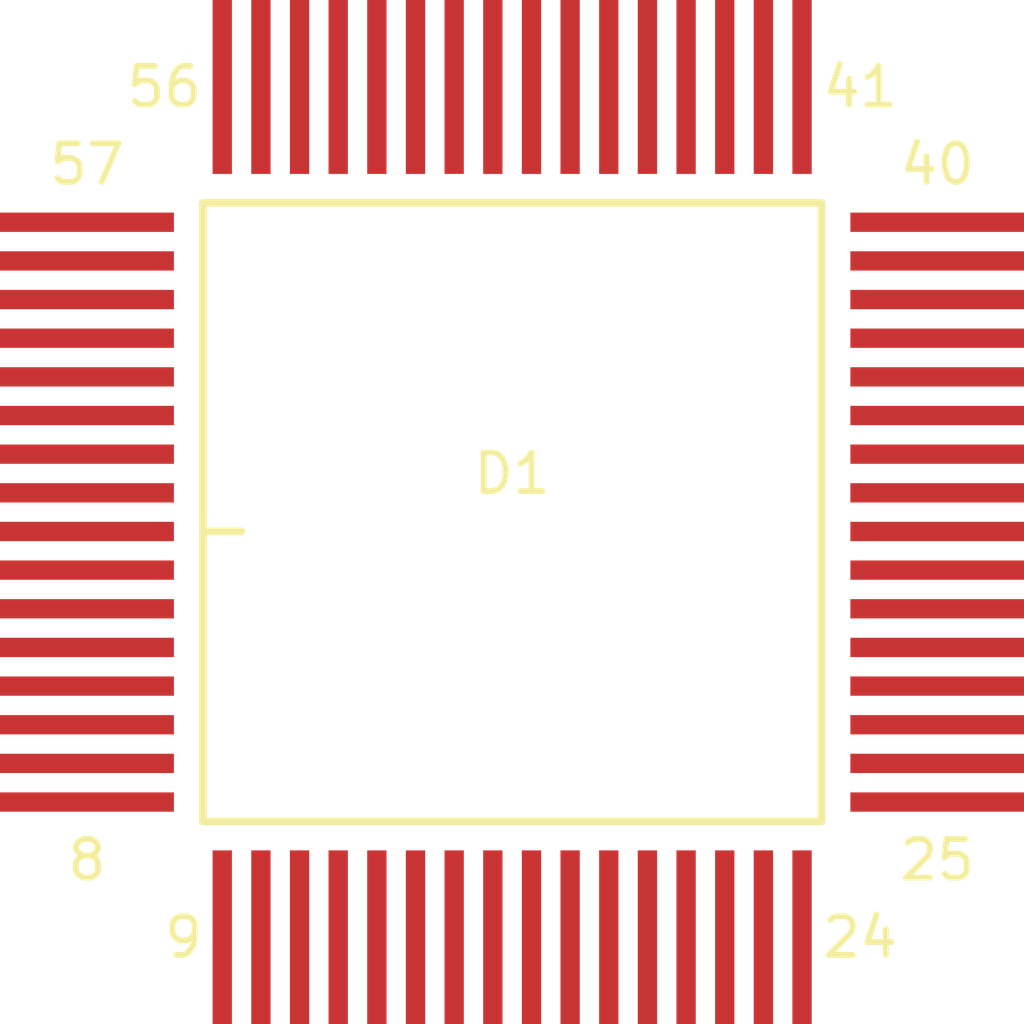
<source format=kicad_pcb>
(kicad_pcb (version 20171130) (host pcbnew "(5.1.12)-1")

  (general
    (thickness 1.6)
    (drawings 0)
    (tracks 0)
    (zones 0)
    (modules 1)
    (nets 65)
  )

  (page A4)
  (layers
    (0 F.Cu signal)
    (31 B.Cu signal)
    (32 B.Adhes user)
    (33 F.Adhes user)
    (34 B.Paste user)
    (35 F.Paste user)
    (36 B.SilkS user)
    (37 F.SilkS user)
    (38 B.Mask user)
    (39 F.Mask user)
    (40 Dwgs.User user)
    (41 Cmts.User user)
    (42 Eco1.User user)
    (43 Eco2.User user)
    (44 Edge.Cuts user)
    (45 Margin user)
    (46 B.CrtYd user)
    (47 F.CrtYd user)
    (48 B.Fab user)
    (49 F.Fab user)
  )

  (setup
    (last_trace_width 0.25)
    (trace_clearance 0.2)
    (zone_clearance 0.508)
    (zone_45_only no)
    (trace_min 0.2)
    (via_size 0.8)
    (via_drill 0.4)
    (via_min_size 0.4)
    (via_min_drill 0.3)
    (uvia_size 0.3)
    (uvia_drill 0.1)
    (uvias_allowed no)
    (uvia_min_size 0.2)
    (uvia_min_drill 0.1)
    (edge_width 0.05)
    (segment_width 0.2)
    (pcb_text_width 0.3)
    (pcb_text_size 1.5 1.5)
    (mod_edge_width 0.12)
    (mod_text_size 1 1)
    (mod_text_width 0.15)
    (pad_size 1.524 1.524)
    (pad_drill 0.762)
    (pad_to_mask_clearance 0)
    (aux_axis_origin 0 0)
    (visible_elements FFFFFF7F)
    (pcbplotparams
      (layerselection 0x010fc_ffffffff)
      (usegerberextensions false)
      (usegerberattributes true)
      (usegerberadvancedattributes true)
      (creategerberjobfile true)
      (excludeedgelayer true)
      (linewidth 0.100000)
      (plotframeref false)
      (viasonmask false)
      (mode 1)
      (useauxorigin false)
      (hpglpennumber 1)
      (hpglpenspeed 20)
      (hpglpendiameter 15.000000)
      (psnegative false)
      (psa4output false)
      (plotreference true)
      (plotvalue true)
      (plotinvisibletext false)
      (padsonsilk false)
      (subtractmaskfromsilk false)
      (outputformat 1)
      (mirror false)
      (drillshape 1)
      (scaleselection 1)
      (outputdirectory ""))
  )

  (net 0 "")
  (net 1 "Net-(D1-Pad9)")
  (net 2 "Net-(D1-Pad10)")
  (net 3 "Net-(D1-Pad11)")
  (net 4 "Net-(D1-Pad12)")
  (net 5 "Net-(D1-Pad13)")
  (net 6 "Net-(D1-Pad14)")
  (net 7 "Net-(D1-Pad15)")
  (net 8 "Net-(D1-Pad16)")
  (net 9 "Net-(D1-Pad17)")
  (net 10 "Net-(D1-Pad18)")
  (net 11 "Net-(D1-Pad19)")
  (net 12 "Net-(D1-Pad20)")
  (net 13 "Net-(D1-Pad21)")
  (net 14 "Net-(D1-Pad22)")
  (net 15 "Net-(D1-Pad23)")
  (net 16 "Net-(D1-Pad24)")
  (net 17 "Net-(D1-Pad25)")
  (net 18 "Net-(D1-Pad26)")
  (net 19 "Net-(D1-Pad27)")
  (net 20 "Net-(D1-Pad28)")
  (net 21 "Net-(D1-Pad29)")
  (net 22 "Net-(D1-Pad30)")
  (net 23 "Net-(D1-Pad31)")
  (net 24 "Net-(D1-Pad32)")
  (net 25 "Net-(D1-Pad33)")
  (net 26 "Net-(D1-Pad34)")
  (net 27 "Net-(D1-Pad35)")
  (net 28 "Net-(D1-Pad36)")
  (net 29 "Net-(D1-Pad37)")
  (net 30 "Net-(D1-Pad38)")
  (net 31 "Net-(D1-Pad39)")
  (net 32 "Net-(D1-Pad40)")
  (net 33 "Net-(D1-Pad41)")
  (net 34 "Net-(D1-Pad42)")
  (net 35 "Net-(D1-Pad43)")
  (net 36 "Net-(D1-Pad44)")
  (net 37 "Net-(D1-Pad45)")
  (net 38 "Net-(D1-Pad46)")
  (net 39 "Net-(D1-Pad47)")
  (net 40 "Net-(D1-Pad48)")
  (net 41 "Net-(D1-Pad49)")
  (net 42 "Net-(D1-Pad50)")
  (net 43 "Net-(D1-Pad51)")
  (net 44 "Net-(D1-Pad52)")
  (net 45 "Net-(D1-Pad53)")
  (net 46 "Net-(D1-Pad54)")
  (net 47 "Net-(D1-Pad55)")
  (net 48 "Net-(D1-Pad56)")
  (net 49 "Net-(D1-Pad57)")
  (net 50 "Net-(D1-Pad58)")
  (net 51 "Net-(D1-Pad59)")
  (net 52 "Net-(D1-Pad60)")
  (net 53 "Net-(D1-Pad61)")
  (net 54 "Net-(D1-Pad62)")
  (net 55 "Net-(D1-Pad63)")
  (net 56 "Net-(D1-Pad64)")
  (net 57 "Net-(D1-Pad1)")
  (net 58 "Net-(D1-Pad2)")
  (net 59 "Net-(D1-Pad3)")
  (net 60 "Net-(D1-Pad4)")
  (net 61 "Net-(D1-Pad5)")
  (net 62 "Net-(D1-Pad6)")
  (net 63 "Net-(D1-Pad7)")
  (net 64 "Net-(D1-Pad8)")

  (net_class Default "This is the default net class."
    (clearance 0.2)
    (trace_width 0.25)
    (via_dia 0.8)
    (via_drill 0.4)
    (uvia_dia 0.3)
    (uvia_drill 0.1)
    (add_net "Net-(D1-Pad1)")
    (add_net "Net-(D1-Pad10)")
    (add_net "Net-(D1-Pad11)")
    (add_net "Net-(D1-Pad12)")
    (add_net "Net-(D1-Pad13)")
    (add_net "Net-(D1-Pad14)")
    (add_net "Net-(D1-Pad15)")
    (add_net "Net-(D1-Pad16)")
    (add_net "Net-(D1-Pad17)")
    (add_net "Net-(D1-Pad18)")
    (add_net "Net-(D1-Pad19)")
    (add_net "Net-(D1-Pad2)")
    (add_net "Net-(D1-Pad20)")
    (add_net "Net-(D1-Pad21)")
    (add_net "Net-(D1-Pad22)")
    (add_net "Net-(D1-Pad23)")
    (add_net "Net-(D1-Pad24)")
    (add_net "Net-(D1-Pad25)")
    (add_net "Net-(D1-Pad26)")
    (add_net "Net-(D1-Pad27)")
    (add_net "Net-(D1-Pad28)")
    (add_net "Net-(D1-Pad29)")
    (add_net "Net-(D1-Pad3)")
    (add_net "Net-(D1-Pad30)")
    (add_net "Net-(D1-Pad31)")
    (add_net "Net-(D1-Pad32)")
    (add_net "Net-(D1-Pad33)")
    (add_net "Net-(D1-Pad34)")
    (add_net "Net-(D1-Pad35)")
    (add_net "Net-(D1-Pad36)")
    (add_net "Net-(D1-Pad37)")
    (add_net "Net-(D1-Pad38)")
    (add_net "Net-(D1-Pad39)")
    (add_net "Net-(D1-Pad4)")
    (add_net "Net-(D1-Pad40)")
    (add_net "Net-(D1-Pad41)")
    (add_net "Net-(D1-Pad42)")
    (add_net "Net-(D1-Pad43)")
    (add_net "Net-(D1-Pad44)")
    (add_net "Net-(D1-Pad45)")
    (add_net "Net-(D1-Pad46)")
    (add_net "Net-(D1-Pad47)")
    (add_net "Net-(D1-Pad48)")
    (add_net "Net-(D1-Pad49)")
    (add_net "Net-(D1-Pad5)")
    (add_net "Net-(D1-Pad50)")
    (add_net "Net-(D1-Pad51)")
    (add_net "Net-(D1-Pad52)")
    (add_net "Net-(D1-Pad53)")
    (add_net "Net-(D1-Pad54)")
    (add_net "Net-(D1-Pad55)")
    (add_net "Net-(D1-Pad56)")
    (add_net "Net-(D1-Pad57)")
    (add_net "Net-(D1-Pad58)")
    (add_net "Net-(D1-Pad59)")
    (add_net "Net-(D1-Pad6)")
    (add_net "Net-(D1-Pad60)")
    (add_net "Net-(D1-Pad61)")
    (add_net "Net-(D1-Pad62)")
    (add_net "Net-(D1-Pad63)")
    (add_net "Net-(D1-Pad64)")
    (add_net "Net-(D1-Pad7)")
    (add_net "Net-(D1-Pad8)")
    (add_net "Net-(D1-Pad9)")
  )

  (module 180x:H18.64-1b.kicad_mod (layer F.Cu) (tedit 55E99FF4) (tstamp 61AFAE15)
    (at 133.604 102.362)
    (path /61B02F3C)
    (attr smd)
    (fp_text reference D1 (at 0 -1) (layer F.SilkS)
      (effects (font (size 1 1) (thickness 0.15)))
    )
    (fp_text value 1801VM3 (at 0 1) (layer F.Fab)
      (effects (font (size 1 1) (thickness 0.15)))
    )
    (fp_text user 57 (at -11 -9) (layer F.SilkS)
      (effects (font (size 1 1) (thickness 0.15)))
    )
    (fp_text user 56 (at -9 -11) (layer F.SilkS)
      (effects (font (size 1 1) (thickness 0.15)))
    )
    (fp_text user 41 (at 9 -11) (layer F.SilkS)
      (effects (font (size 1 1) (thickness 0.15)))
    )
    (fp_text user 40 (at 11 -9) (layer F.SilkS)
      (effects (font (size 1 1) (thickness 0.15)))
    )
    (fp_text user 25 (at 11 9) (layer F.SilkS)
      (effects (font (size 1 1) (thickness 0.15)))
    )
    (fp_text user 24 (at 9 11) (layer F.SilkS)
      (effects (font (size 1 1) (thickness 0.15)))
    )
    (fp_text user 9 (at -8.5 11) (layer F.SilkS)
      (effects (font (size 1 1) (thickness 0.15)))
    )
    (fp_text user 8 (at -11 9) (layer F.SilkS)
      (effects (font (size 1 1) (thickness 0.15)))
    )
    (fp_line (start -8 0.5) (end -7 0.5) (layer F.SilkS) (width 0.2))
    (fp_line (start -8 -8) (end 8 -8) (layer F.SilkS) (width 0.19812))
    (fp_line (start 8 -8) (end 8 8) (layer F.SilkS) (width 0.19812))
    (fp_line (start -8 8) (end 8 8) (layer F.SilkS) (width 0.19812))
    (fp_line (start -8 -8) (end -8 8) (layer F.SilkS) (width 0.19812))
    (pad 9 smd rect (at -7.5 11 180) (size 0.5 4.5) (layers F.Cu F.Paste F.Mask)
      (net 1 "Net-(D1-Pad9)"))
    (pad 10 smd rect (at -6.5 11 180) (size 0.5 4.5) (layers F.Cu F.Paste F.Mask)
      (net 2 "Net-(D1-Pad10)"))
    (pad 11 smd rect (at -5.5 11 180) (size 0.5 4.5) (layers F.Cu F.Paste F.Mask)
      (net 3 "Net-(D1-Pad11)"))
    (pad 12 smd rect (at -4.5 11 180) (size 0.5 4.5) (layers F.Cu F.Paste F.Mask)
      (net 4 "Net-(D1-Pad12)"))
    (pad 13 smd rect (at -3.5 11 180) (size 0.5 4.5) (layers F.Cu F.Paste F.Mask)
      (net 5 "Net-(D1-Pad13)"))
    (pad 14 smd rect (at -2.5 11 180) (size 0.5 4.5) (layers F.Cu F.Paste F.Mask)
      (net 6 "Net-(D1-Pad14)"))
    (pad 15 smd rect (at -1.5 11 180) (size 0.5 4.5) (layers F.Cu F.Paste F.Mask)
      (net 7 "Net-(D1-Pad15)"))
    (pad 16 smd rect (at -0.5 11 180) (size 0.5 4.5) (layers F.Cu F.Paste F.Mask)
      (net 8 "Net-(D1-Pad16)"))
    (pad 17 smd rect (at 0.5 11 180) (size 0.5 4.5) (layers F.Cu F.Paste F.Mask)
      (net 9 "Net-(D1-Pad17)"))
    (pad 18 smd rect (at 1.5 11 180) (size 0.5 4.5) (layers F.Cu F.Paste F.Mask)
      (net 10 "Net-(D1-Pad18)"))
    (pad 19 smd rect (at 2.5 11 180) (size 0.5 4.5) (layers F.Cu F.Paste F.Mask)
      (net 11 "Net-(D1-Pad19)"))
    (pad 20 smd rect (at 3.5 11 180) (size 0.5 4.5) (layers F.Cu F.Paste F.Mask)
      (net 12 "Net-(D1-Pad20)"))
    (pad 21 smd rect (at 4.5 11 180) (size 0.5 4.5) (layers F.Cu F.Paste F.Mask)
      (net 13 "Net-(D1-Pad21)"))
    (pad 22 smd rect (at 5.5 11 180) (size 0.5 4.5) (layers F.Cu F.Paste F.Mask)
      (net 14 "Net-(D1-Pad22)"))
    (pad 23 smd rect (at 6.5 11 180) (size 0.5 4.5) (layers F.Cu F.Paste F.Mask)
      (net 15 "Net-(D1-Pad23)"))
    (pad 24 smd rect (at 7.5 11 180) (size 0.5 4.5) (layers F.Cu F.Paste F.Mask)
      (net 16 "Net-(D1-Pad24)"))
    (pad 25 smd rect (at 11 7.5 270) (size 0.5 4.5) (layers F.Cu F.Paste F.Mask)
      (net 17 "Net-(D1-Pad25)"))
    (pad 26 smd rect (at 11 6.5 270) (size 0.5 4.5) (layers F.Cu F.Paste F.Mask)
      (net 18 "Net-(D1-Pad26)"))
    (pad 27 smd rect (at 11 5.5 270) (size 0.5 4.5) (layers F.Cu F.Paste F.Mask)
      (net 19 "Net-(D1-Pad27)"))
    (pad 28 smd rect (at 11 4.5 270) (size 0.5 4.5) (layers F.Cu F.Paste F.Mask)
      (net 20 "Net-(D1-Pad28)"))
    (pad 29 smd rect (at 11 3.5 270) (size 0.5 4.5) (layers F.Cu F.Paste F.Mask)
      (net 21 "Net-(D1-Pad29)"))
    (pad 30 smd rect (at 11 2.5 270) (size 0.5 4.5) (layers F.Cu F.Paste F.Mask)
      (net 22 "Net-(D1-Pad30)"))
    (pad 31 smd rect (at 11 1.5 270) (size 0.5 4.5) (layers F.Cu F.Paste F.Mask)
      (net 23 "Net-(D1-Pad31)"))
    (pad 32 smd rect (at 11 0.5 270) (size 0.5 4.5) (layers F.Cu F.Paste F.Mask)
      (net 24 "Net-(D1-Pad32)"))
    (pad 33 smd rect (at 11 -0.5 270) (size 0.5 4.5) (layers F.Cu F.Paste F.Mask)
      (net 25 "Net-(D1-Pad33)"))
    (pad 34 smd rect (at 11 -1.5 270) (size 0.5 4.5) (layers F.Cu F.Paste F.Mask)
      (net 26 "Net-(D1-Pad34)"))
    (pad 35 smd rect (at 11 -2.5 270) (size 0.5 4.5) (layers F.Cu F.Paste F.Mask)
      (net 27 "Net-(D1-Pad35)"))
    (pad 36 smd rect (at 11 -3.5 270) (size 0.5 4.5) (layers F.Cu F.Paste F.Mask)
      (net 28 "Net-(D1-Pad36)"))
    (pad 37 smd rect (at 11 -4.5 270) (size 0.5 4.5) (layers F.Cu F.Paste F.Mask)
      (net 29 "Net-(D1-Pad37)"))
    (pad 38 smd rect (at 11 -5.5 270) (size 0.5 4.5) (layers F.Cu F.Paste F.Mask)
      (net 30 "Net-(D1-Pad38)"))
    (pad 39 smd rect (at 11 -6.5 270) (size 0.5 4.5) (layers F.Cu F.Paste F.Mask)
      (net 31 "Net-(D1-Pad39)"))
    (pad 40 smd rect (at 11 -7.5 270) (size 0.5 4.5) (layers F.Cu F.Paste F.Mask)
      (net 32 "Net-(D1-Pad40)"))
    (pad 41 smd rect (at 7.5 -11) (size 0.5 4.5) (layers F.Cu F.Paste F.Mask)
      (net 33 "Net-(D1-Pad41)"))
    (pad 42 smd rect (at 6.5 -11) (size 0.5 4.5) (layers F.Cu F.Paste F.Mask)
      (net 34 "Net-(D1-Pad42)"))
    (pad 43 smd rect (at 5.5 -11) (size 0.5 4.5) (layers F.Cu F.Paste F.Mask)
      (net 35 "Net-(D1-Pad43)"))
    (pad 44 smd rect (at 4.5 -11) (size 0.5 4.5) (layers F.Cu F.Paste F.Mask)
      (net 36 "Net-(D1-Pad44)"))
    (pad 45 smd rect (at 3.5 -11) (size 0.5 4.5) (layers F.Cu F.Paste F.Mask)
      (net 37 "Net-(D1-Pad45)"))
    (pad 46 smd rect (at 2.5 -11) (size 0.5 4.5) (layers F.Cu F.Paste F.Mask)
      (net 38 "Net-(D1-Pad46)"))
    (pad 47 smd rect (at 1.5 -11) (size 0.5 4.5) (layers F.Cu F.Paste F.Mask)
      (net 39 "Net-(D1-Pad47)"))
    (pad 48 smd rect (at 0.5 -11) (size 0.5 4.5) (layers F.Cu F.Paste F.Mask)
      (net 40 "Net-(D1-Pad48)"))
    (pad 49 smd rect (at -0.5 -11) (size 0.5 4.5) (layers F.Cu F.Paste F.Mask)
      (net 41 "Net-(D1-Pad49)"))
    (pad 50 smd rect (at -1.5 -11) (size 0.5 4.5) (layers F.Cu F.Paste F.Mask)
      (net 42 "Net-(D1-Pad50)"))
    (pad 51 smd rect (at -2.5 -11) (size 0.5 4.5) (layers F.Cu F.Paste F.Mask)
      (net 43 "Net-(D1-Pad51)"))
    (pad 52 smd rect (at -3.5 -11) (size 0.5 4.5) (layers F.Cu F.Paste F.Mask)
      (net 44 "Net-(D1-Pad52)"))
    (pad 53 smd rect (at -4.5 -11) (size 0.5 4.5) (layers F.Cu F.Paste F.Mask)
      (net 45 "Net-(D1-Pad53)"))
    (pad 54 smd rect (at -5.5 -11) (size 0.5 4.5) (layers F.Cu F.Paste F.Mask)
      (net 46 "Net-(D1-Pad54)"))
    (pad 55 smd rect (at -6.5 -11) (size 0.5 4.5) (layers F.Cu F.Paste F.Mask)
      (net 47 "Net-(D1-Pad55)"))
    (pad 56 smd rect (at -7.5 -11) (size 0.5 4.5) (layers F.Cu F.Paste F.Mask)
      (net 48 "Net-(D1-Pad56)"))
    (pad 57 smd rect (at -11 -7.5 90) (size 0.5 4.5) (layers F.Cu F.Paste F.Mask)
      (net 49 "Net-(D1-Pad57)"))
    (pad 58 smd rect (at -11 -6.5 90) (size 0.5 4.5) (layers F.Cu F.Paste F.Mask)
      (net 50 "Net-(D1-Pad58)"))
    (pad 59 smd rect (at -11 -5.5 90) (size 0.5 4.5) (layers F.Cu F.Paste F.Mask)
      (net 51 "Net-(D1-Pad59)"))
    (pad 60 smd rect (at -11 -4.5 90) (size 0.5 4.5) (layers F.Cu F.Paste F.Mask)
      (net 52 "Net-(D1-Pad60)"))
    (pad 61 smd rect (at -11 -3.5 90) (size 0.5 4.5) (layers F.Cu F.Paste F.Mask)
      (net 53 "Net-(D1-Pad61)"))
    (pad 62 smd rect (at -11 -2.5 90) (size 0.5 4.5) (layers F.Cu F.Paste F.Mask)
      (net 54 "Net-(D1-Pad62)"))
    (pad 63 smd rect (at -11 -1.5 90) (size 0.5 4.5) (layers F.Cu F.Paste F.Mask)
      (net 55 "Net-(D1-Pad63)"))
    (pad 64 smd rect (at -11 -0.5 90) (size 0.5 4.5) (layers F.Cu F.Paste F.Mask)
      (net 56 "Net-(D1-Pad64)"))
    (pad 1 smd rect (at -11 0.5 90) (size 0.5 4.5) (layers F.Cu F.Paste F.Mask)
      (net 57 "Net-(D1-Pad1)"))
    (pad 2 smd rect (at -11 1.5 90) (size 0.5 4.5) (layers F.Cu F.Paste F.Mask)
      (net 58 "Net-(D1-Pad2)"))
    (pad 3 smd rect (at -11 2.5 90) (size 0.5 4.5) (layers F.Cu F.Paste F.Mask)
      (net 59 "Net-(D1-Pad3)"))
    (pad 4 smd rect (at -11 3.5 90) (size 0.5 4.5) (layers F.Cu F.Paste F.Mask)
      (net 60 "Net-(D1-Pad4)"))
    (pad 5 smd rect (at -11 4.5 90) (size 0.5 4.5) (layers F.Cu F.Paste F.Mask)
      (net 61 "Net-(D1-Pad5)"))
    (pad 6 smd rect (at -11 5.5 90) (size 0.5 4.5) (layers F.Cu F.Paste F.Mask)
      (net 62 "Net-(D1-Pad6)"))
    (pad 7 smd rect (at -11 6.5 90) (size 0.5 4.5) (layers F.Cu F.Paste F.Mask)
      (net 63 "Net-(D1-Pad7)"))
    (pad 8 smd rect (at -11 7.5 90) (size 0.5 4.5) (layers F.Cu F.Paste F.Mask)
      (net 64 "Net-(D1-Pad8)"))
    (model ${KIPRJMOD}/3d/H18_64-1B.stp
      (at (xyz 0 0 0))
      (scale (xyz 1 1 1))
      (rotate (xyz 0 0 0))
    )
  )

)

</source>
